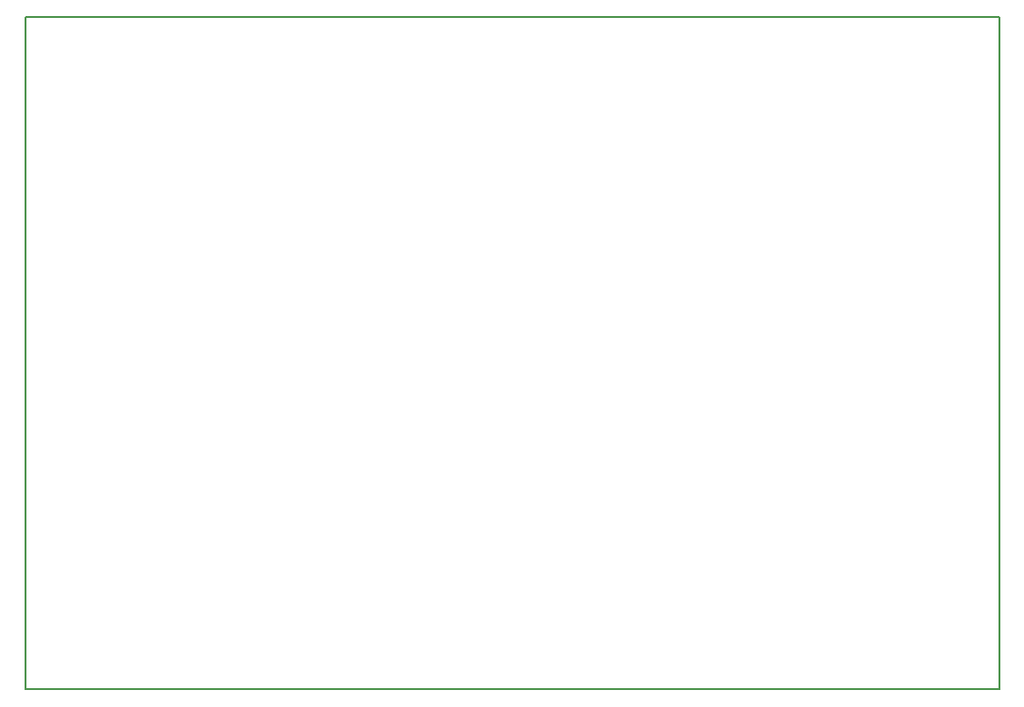
<source format=gko>
G04 #@! TF.GenerationSoftware,KiCad,Pcbnew,(2017-01-11 revision e99b79c)-master*
G04 #@! TF.CreationDate,2017-04-30T11:17:45+03:00*
G04 #@! TF.ProjectId,display,646973706C61792E6B696361645F7063,rev?*
G04 #@! TF.FileFunction,Profile,NP*
%FSLAX46Y46*%
G04 Gerber Fmt 4.6, Leading zero omitted, Abs format (unit mm)*
G04 Created by KiCad (PCBNEW (2017-01-11 revision e99b79c)-master) date Sun Apr 30 11:17:45 2017*
%MOMM*%
%LPD*%
G01*
G04 APERTURE LIST*
%ADD10C,0.100000*%
%ADD11C,0.150000*%
G04 APERTURE END LIST*
D10*
D11*
X87757000Y-56896000D02*
X175069500Y-56896000D01*
X87757000Y-117195600D02*
X87757000Y-56896000D01*
X175069500Y-117195600D02*
X87757000Y-117195600D01*
X175069500Y-56896000D02*
X175069500Y-117195600D01*
M02*

</source>
